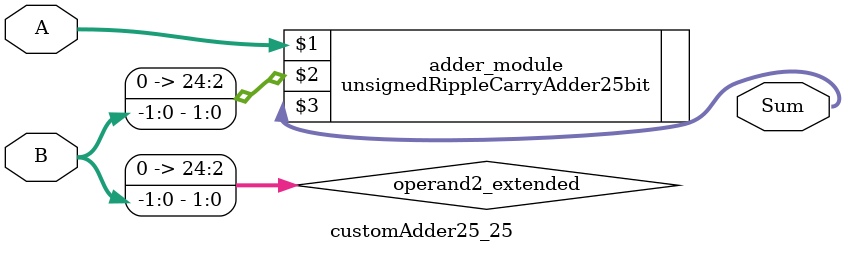
<source format=v>
module customAdder25_25(
                        input [24 : 0] A,
                        input [-1 : 0] B,
                        
                        output [25 : 0] Sum
                );

        wire [24 : 0] operand2_extended;
        
        assign operand2_extended =  {25'b0, B};
        
        unsignedRippleCarryAdder25bit adder_module(
            A,
            operand2_extended,
            Sum
        );
        
        endmodule
        
</source>
